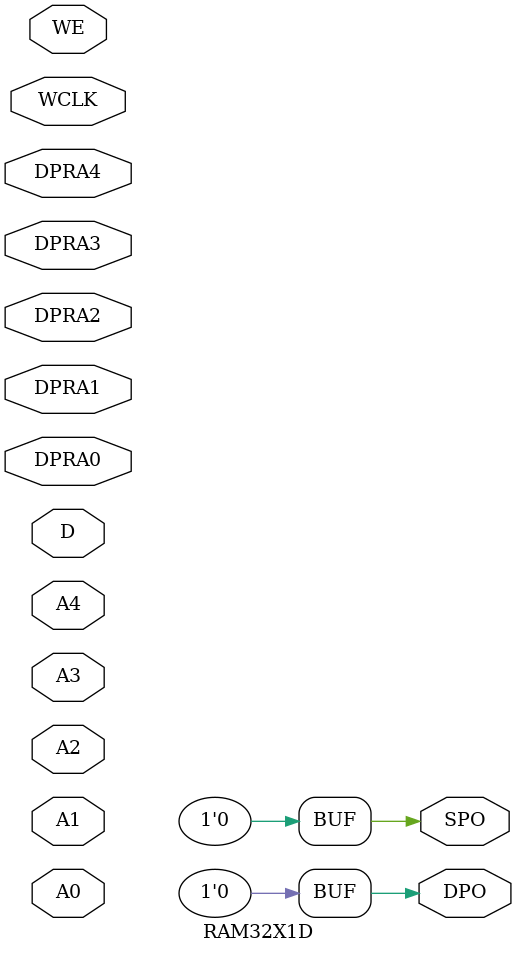
<source format=v>
module RAM32X1D (/*AUTOARG*/
   // Outputs
   DPO, SPO,
   // Inputs
   A0, A1, A2, A3, A4, D, DPRA0, DPRA1, DPRA2, DPRA3, DPRA4, WCLK, WE
   );

   //inputs
   input A0;
   input A1;
   input A2;
   input A3;
   input A4;
   input D;
   input DPRA0;
   input DPRA1;
   input DPRA2;
   input DPRA3;
   input DPRA4;
   input WCLK;
   input WE;
   
   //outputs
   output DPO;
   output SPO;

   assign DPO=1'b0;
   assign SPO=1'b0;
   
  
endmodule // RAM32X1D


</source>
